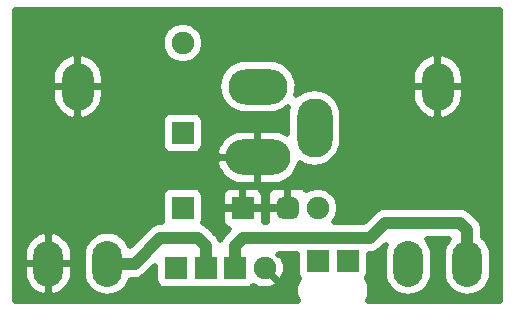
<source format=gbr>
G04 #@! TF.GenerationSoftware,KiCad,Pcbnew,5.1.6-c6e7f7d~87~ubuntu19.10.1*
G04 #@! TF.CreationDate,2022-07-30T15:18:02+06:00*
G04 #@! TF.ProjectId,1590N1_connector_board_r1b,31353930-4e31-45f6-936f-6e6e6563746f,1B*
G04 #@! TF.SameCoordinates,Original*
G04 #@! TF.FileFunction,Copper,L2,Bot*
G04 #@! TF.FilePolarity,Positive*
%FSLAX46Y46*%
G04 Gerber Fmt 4.6, Leading zero omitted, Abs format (unit mm)*
G04 Created by KiCad (PCBNEW 5.1.6-c6e7f7d~87~ubuntu19.10.1) date 2022-07-30 15:18:02*
%MOMM*%
%LPD*%
G01*
G04 APERTURE LIST*
G04 #@! TA.AperFunction,ComponentPad*
%ADD10R,1.900000X1.900000*%
G04 #@! TD*
G04 #@! TA.AperFunction,ComponentPad*
%ADD11C,1.900000*%
G04 #@! TD*
G04 #@! TA.AperFunction,ComponentPad*
%ADD12O,5.000000X3.000000*%
G04 #@! TD*
G04 #@! TA.AperFunction,ComponentPad*
%ADD13O,3.000000X5.000000*%
G04 #@! TD*
G04 #@! TA.AperFunction,ComponentPad*
%ADD14O,5.500000X3.000000*%
G04 #@! TD*
G04 #@! TA.AperFunction,ComponentPad*
%ADD15O,2.700000X4.000000*%
G04 #@! TD*
G04 #@! TA.AperFunction,ComponentPad*
%ADD16O,2.500000X3.900000*%
G04 #@! TD*
G04 #@! TA.AperFunction,Conductor*
%ADD17C,1.000000*%
G04 #@! TD*
G04 #@! TA.AperFunction,Conductor*
%ADD18C,0.500000*%
G04 #@! TD*
G04 APERTURE END LIST*
D10*
X113030000Y-157480000D03*
G04 #@! TA.AperFunction,ComponentPad*
G36*
G01*
X108900000Y-152655000D02*
X108900000Y-153415000D01*
G75*
G02*
X108330000Y-153985000I-570000J0D01*
G01*
X107570000Y-153985000D01*
G75*
G02*
X107000000Y-153415000I0J570000D01*
G01*
X107000000Y-152655000D01*
G75*
G02*
X107570000Y-152085000I570000J0D01*
G01*
X108330000Y-152085000D01*
G75*
G02*
X108900000Y-152655000I0J-570000D01*
G01*
G37*
G04 #@! TD.AperFunction*
D11*
X110490000Y-153035000D03*
D10*
X110490000Y-157480000D03*
X99060000Y-153035000D03*
X104140000Y-153035000D03*
D11*
X105985000Y-158115000D03*
D10*
X103485000Y-158115000D03*
X100985000Y-158115000D03*
X98485000Y-158115000D03*
X99060000Y-146685000D03*
D11*
X99060000Y-139065000D03*
D12*
X105410000Y-142755000D03*
D13*
X110210000Y-146255000D03*
D14*
X105410000Y-148755000D03*
D15*
X90170000Y-142755000D03*
D16*
X92670000Y-157755000D03*
X87670000Y-157755000D03*
X118150000Y-157755000D03*
X123150000Y-157755000D03*
D15*
X120650000Y-142755000D03*
D17*
X122555000Y-154305000D02*
X123150000Y-154900000D01*
X123150000Y-154900000D02*
X123150000Y-157755000D01*
X116205000Y-154305000D02*
X122555000Y-154305000D01*
X114935000Y-155575000D02*
X116205000Y-154305000D01*
X103485000Y-156230000D02*
X104140000Y-155575000D01*
X104140000Y-155575000D02*
X114935000Y-155575000D01*
X103485000Y-158115000D02*
X103485000Y-156230000D01*
X100330000Y-155575000D02*
X100985000Y-156230000D01*
X97155000Y-155575000D02*
X100330000Y-155575000D01*
X100985000Y-156230000D02*
X100985000Y-158115000D01*
X94975000Y-157755000D02*
X97155000Y-155575000D01*
X92670000Y-157755000D02*
X94975000Y-157755000D01*
D18*
G36*
X125950001Y-160875000D02*
G01*
X114744034Y-160875000D01*
X114867325Y-160577347D01*
X114940755Y-160208193D01*
X114940755Y-159831807D01*
X114867325Y-159462653D01*
X114723289Y-159114918D01*
X114630933Y-158976697D01*
X114690168Y-158904519D01*
X114769097Y-158756855D01*
X114817700Y-158596629D01*
X114834112Y-158430000D01*
X114834112Y-156925000D01*
X114868681Y-156925000D01*
X114935000Y-156931532D01*
X115001319Y-156925000D01*
X115001321Y-156925000D01*
X115199646Y-156905467D01*
X115454122Y-156828272D01*
X115688649Y-156702915D01*
X115894213Y-156534213D01*
X115936491Y-156482697D01*
X116233482Y-156185706D01*
X116200465Y-156247477D01*
X116080385Y-156643329D01*
X116050000Y-156951834D01*
X116050000Y-158558167D01*
X116080385Y-158866672D01*
X116200466Y-159262524D01*
X116395466Y-159627343D01*
X116657892Y-159947109D01*
X116977658Y-160209535D01*
X117342477Y-160404535D01*
X117738329Y-160524615D01*
X118150000Y-160565161D01*
X118561672Y-160524615D01*
X118957524Y-160404535D01*
X119322343Y-160209535D01*
X119642109Y-159947109D01*
X119904535Y-159627343D01*
X120099535Y-159262524D01*
X120219615Y-158866671D01*
X120250000Y-158558166D01*
X120250000Y-156951833D01*
X120219615Y-156643328D01*
X120099535Y-156247476D01*
X119904535Y-155882657D01*
X119717701Y-155655000D01*
X121582299Y-155655000D01*
X121395465Y-155882657D01*
X121200465Y-156247477D01*
X121080385Y-156643329D01*
X121050000Y-156951834D01*
X121050000Y-158558167D01*
X121080385Y-158866672D01*
X121200466Y-159262524D01*
X121395466Y-159627343D01*
X121657892Y-159947109D01*
X121977658Y-160209535D01*
X122342477Y-160404535D01*
X122738329Y-160524615D01*
X123150000Y-160565161D01*
X123561672Y-160524615D01*
X123957524Y-160404535D01*
X124322343Y-160209535D01*
X124642109Y-159947109D01*
X124904535Y-159627343D01*
X125099535Y-159262524D01*
X125219615Y-158866671D01*
X125250000Y-158558166D01*
X125250000Y-156951833D01*
X125219615Y-156643328D01*
X125099535Y-156247476D01*
X124904535Y-155882657D01*
X124642109Y-155562891D01*
X124500000Y-155446265D01*
X124500000Y-154966310D01*
X124506531Y-154899999D01*
X124500000Y-154833688D01*
X124500000Y-154833679D01*
X124480467Y-154635354D01*
X124403272Y-154380878D01*
X124277915Y-154146351D01*
X124109212Y-153940787D01*
X124057701Y-153898513D01*
X123556491Y-153397303D01*
X123514213Y-153345787D01*
X123308649Y-153177085D01*
X123074122Y-153051728D01*
X122819646Y-152974533D01*
X122621321Y-152955000D01*
X122621319Y-152955000D01*
X122555000Y-152948468D01*
X122488681Y-152955000D01*
X116271310Y-152955000D01*
X116204999Y-152948469D01*
X116138688Y-152955000D01*
X116138679Y-152955000D01*
X115940354Y-152974533D01*
X115685878Y-153051728D01*
X115576707Y-153110081D01*
X115451350Y-153177085D01*
X115297301Y-153303510D01*
X115297298Y-153303513D01*
X115245787Y-153345787D01*
X115203513Y-153397298D01*
X114375812Y-154225000D01*
X111845584Y-154225000D01*
X111888151Y-154182433D01*
X112085139Y-153887620D01*
X112220827Y-153560041D01*
X112290000Y-153212284D01*
X112290000Y-152857716D01*
X112220827Y-152509959D01*
X112085139Y-152182380D01*
X111888151Y-151887567D01*
X111637433Y-151636849D01*
X111342620Y-151439861D01*
X111015041Y-151304173D01*
X110667284Y-151235000D01*
X110312716Y-151235000D01*
X109964959Y-151304173D01*
X109637380Y-151439861D01*
X109529372Y-151512029D01*
X109503949Y-151481051D01*
X109374520Y-151374831D01*
X109226855Y-151295902D01*
X109066629Y-151247299D01*
X108900000Y-151230887D01*
X108212500Y-151235000D01*
X108000000Y-151447500D01*
X108000000Y-152985000D01*
X108020000Y-152985000D01*
X108020000Y-153085000D01*
X108000000Y-153085000D01*
X108000000Y-153105000D01*
X107900000Y-153105000D01*
X107900000Y-153085000D01*
X106362500Y-153085000D01*
X106150000Y-153297500D01*
X106145887Y-153985000D01*
X106162299Y-154151629D01*
X106184555Y-154225000D01*
X105905445Y-154225000D01*
X105927701Y-154151629D01*
X105944113Y-153985000D01*
X105940000Y-153297500D01*
X105727500Y-153085000D01*
X104190000Y-153085000D01*
X104190000Y-153105000D01*
X104090000Y-153105000D01*
X104090000Y-153085000D01*
X102552500Y-153085000D01*
X102340000Y-153297500D01*
X102335887Y-153985000D01*
X102352299Y-154151629D01*
X102400902Y-154311855D01*
X102479831Y-154459520D01*
X102586051Y-154588949D01*
X102715480Y-154695169D01*
X102863145Y-154774098D01*
X102992481Y-154813331D01*
X102577299Y-155228513D01*
X102525788Y-155270787D01*
X102483514Y-155322298D01*
X102483510Y-155322302D01*
X102357085Y-155476351D01*
X102235000Y-155704757D01*
X102112915Y-155476351D01*
X101944212Y-155270787D01*
X101892701Y-155228513D01*
X101331490Y-154667302D01*
X101289213Y-154615787D01*
X101083649Y-154447085D01*
X100849122Y-154321728D01*
X100800570Y-154307000D01*
X100847700Y-154151629D01*
X100864112Y-153985000D01*
X100864112Y-152085000D01*
X102335887Y-152085000D01*
X102340000Y-152772500D01*
X102552500Y-152985000D01*
X104090000Y-152985000D01*
X104090000Y-151447500D01*
X104190000Y-151447500D01*
X104190000Y-152985000D01*
X105727500Y-152985000D01*
X105940000Y-152772500D01*
X105944113Y-152085000D01*
X106145887Y-152085000D01*
X106150000Y-152772500D01*
X106362500Y-152985000D01*
X107900000Y-152985000D01*
X107900000Y-151447500D01*
X107687500Y-151235000D01*
X107000000Y-151230887D01*
X106833371Y-151247299D01*
X106673145Y-151295902D01*
X106525480Y-151374831D01*
X106396051Y-151481051D01*
X106289831Y-151610480D01*
X106210902Y-151758145D01*
X106162299Y-151918371D01*
X106145887Y-152085000D01*
X105944113Y-152085000D01*
X105927701Y-151918371D01*
X105879098Y-151758145D01*
X105800169Y-151610480D01*
X105693949Y-151481051D01*
X105564520Y-151374831D01*
X105416855Y-151295902D01*
X105256629Y-151247299D01*
X105090000Y-151230887D01*
X104402500Y-151235000D01*
X104190000Y-151447500D01*
X104090000Y-151447500D01*
X103877500Y-151235000D01*
X103190000Y-151230887D01*
X103023371Y-151247299D01*
X102863145Y-151295902D01*
X102715480Y-151374831D01*
X102586051Y-151481051D01*
X102479831Y-151610480D01*
X102400902Y-151758145D01*
X102352299Y-151918371D01*
X102335887Y-152085000D01*
X100864112Y-152085000D01*
X100847700Y-151918371D01*
X100799097Y-151758145D01*
X100720168Y-151610481D01*
X100613948Y-151481052D01*
X100484519Y-151374832D01*
X100336855Y-151295903D01*
X100176629Y-151247300D01*
X100010000Y-151230888D01*
X98110000Y-151230888D01*
X97943371Y-151247300D01*
X97783145Y-151295903D01*
X97635481Y-151374832D01*
X97506052Y-151481052D01*
X97399832Y-151610481D01*
X97320903Y-151758145D01*
X97272300Y-151918371D01*
X97255888Y-152085000D01*
X97255888Y-153985000D01*
X97272300Y-154151629D01*
X97294556Y-154225000D01*
X97221319Y-154225000D01*
X97155000Y-154218468D01*
X97088681Y-154225000D01*
X97088679Y-154225000D01*
X96890354Y-154244533D01*
X96695105Y-154303761D01*
X96635877Y-154321728D01*
X96427420Y-154433151D01*
X96401351Y-154447085D01*
X96195787Y-154615787D01*
X96153510Y-154667302D01*
X94603443Y-156217369D01*
X94424535Y-155882657D01*
X94162109Y-155562891D01*
X93842343Y-155300465D01*
X93477523Y-155105465D01*
X93081671Y-154985385D01*
X92670000Y-154944839D01*
X92258328Y-154985385D01*
X91862476Y-155105465D01*
X91497657Y-155300465D01*
X91177891Y-155562891D01*
X90915465Y-155882657D01*
X90720465Y-156247477D01*
X90600385Y-156643329D01*
X90570000Y-156951834D01*
X90570000Y-158558167D01*
X90600385Y-158866672D01*
X90720466Y-159262524D01*
X90915466Y-159627343D01*
X91177892Y-159947109D01*
X91497658Y-160209535D01*
X91862477Y-160404535D01*
X92258329Y-160524615D01*
X92670000Y-160565161D01*
X93081672Y-160524615D01*
X93477524Y-160404535D01*
X93842343Y-160209535D01*
X94162109Y-159947109D01*
X94424535Y-159627343D01*
X94619535Y-159262524D01*
X94667319Y-159105000D01*
X94908681Y-159105000D01*
X94975000Y-159111532D01*
X95041319Y-159105000D01*
X95041321Y-159105000D01*
X95239646Y-159085467D01*
X95494122Y-159008272D01*
X95728649Y-158882915D01*
X95934213Y-158714213D01*
X95976491Y-158662697D01*
X96680888Y-157958300D01*
X96680888Y-159065000D01*
X96697300Y-159231629D01*
X96745903Y-159391855D01*
X96824832Y-159539519D01*
X96931052Y-159668948D01*
X97060481Y-159775168D01*
X97208145Y-159854097D01*
X97368371Y-159902700D01*
X97535000Y-159919112D01*
X99435000Y-159919112D01*
X99601629Y-159902700D01*
X99735000Y-159862243D01*
X99868371Y-159902700D01*
X100035000Y-159919112D01*
X101935000Y-159919112D01*
X102101629Y-159902700D01*
X102235000Y-159862243D01*
X102368371Y-159902700D01*
X102535000Y-159919112D01*
X104435000Y-159919112D01*
X104601629Y-159902700D01*
X104761855Y-159854097D01*
X104909519Y-159775168D01*
X105038948Y-159668948D01*
X105050233Y-159655197D01*
X105273463Y-159777873D01*
X105611545Y-159884735D01*
X105963979Y-159923587D01*
X106317221Y-159892936D01*
X106657695Y-159793961D01*
X106972318Y-159630463D01*
X107007276Y-159607107D01*
X107077781Y-159278492D01*
X105985000Y-158185711D01*
X105970858Y-158199853D01*
X105900147Y-158129142D01*
X105914289Y-158115000D01*
X105900147Y-158100858D01*
X105970858Y-158030147D01*
X105985000Y-158044289D01*
X105999142Y-158030147D01*
X106069853Y-158100858D01*
X106055711Y-158115000D01*
X107148492Y-159207781D01*
X107477107Y-159137276D01*
X107647873Y-158826537D01*
X107754735Y-158488455D01*
X107793587Y-158136021D01*
X107762936Y-157782779D01*
X107663961Y-157442305D01*
X107500463Y-157127682D01*
X107477107Y-157092724D01*
X107148494Y-157022219D01*
X107245713Y-156925000D01*
X108685888Y-156925000D01*
X108685888Y-158430000D01*
X108702300Y-158596629D01*
X108750903Y-158756855D01*
X108829832Y-158904519D01*
X108889067Y-158976697D01*
X108796711Y-159114918D01*
X108652675Y-159462653D01*
X108579245Y-159831807D01*
X108579245Y-160208193D01*
X108652675Y-160577347D01*
X108775966Y-160875000D01*
X84870000Y-160875000D01*
X84870000Y-157805000D01*
X85570000Y-157805000D01*
X85570000Y-158505000D01*
X85620105Y-158913729D01*
X85748987Y-159304829D01*
X85951692Y-159663271D01*
X86220431Y-159975280D01*
X86544876Y-160228865D01*
X86912559Y-160414281D01*
X87292196Y-160520736D01*
X87620000Y-160341838D01*
X87620000Y-157805000D01*
X87720000Y-157805000D01*
X87720000Y-160341838D01*
X88047804Y-160520736D01*
X88427441Y-160414281D01*
X88795124Y-160228865D01*
X89119569Y-159975280D01*
X89388308Y-159663271D01*
X89591013Y-159304829D01*
X89719895Y-158913729D01*
X89770000Y-158505000D01*
X89770000Y-157805000D01*
X87720000Y-157805000D01*
X87620000Y-157805000D01*
X85570000Y-157805000D01*
X84870000Y-157805000D01*
X84870000Y-157005000D01*
X85570000Y-157005000D01*
X85570000Y-157705000D01*
X87620000Y-157705000D01*
X87620000Y-155168162D01*
X87720000Y-155168162D01*
X87720000Y-157705000D01*
X89770000Y-157705000D01*
X89770000Y-157005000D01*
X89719895Y-156596271D01*
X89591013Y-156205171D01*
X89388308Y-155846729D01*
X89119569Y-155534720D01*
X88795124Y-155281135D01*
X88427441Y-155095719D01*
X88047804Y-154989264D01*
X87720000Y-155168162D01*
X87620000Y-155168162D01*
X87292196Y-154989264D01*
X86912559Y-155095719D01*
X86544876Y-155281135D01*
X86220431Y-155534720D01*
X85951692Y-155846729D01*
X85748987Y-156205171D01*
X85620105Y-156596271D01*
X85570000Y-157005000D01*
X84870000Y-157005000D01*
X84870000Y-149171922D01*
X101847280Y-149171922D01*
X101969747Y-149608111D01*
X102178266Y-150019016D01*
X102462942Y-150381345D01*
X102812835Y-150681175D01*
X103214499Y-150906983D01*
X103652498Y-151050091D01*
X104110000Y-151105000D01*
X105360000Y-151105000D01*
X105360000Y-148805000D01*
X102023085Y-148805000D01*
X101847280Y-149171922D01*
X84870000Y-149171922D01*
X84870000Y-145735000D01*
X97255888Y-145735000D01*
X97255888Y-147635000D01*
X97272300Y-147801629D01*
X97320903Y-147961855D01*
X97399832Y-148109519D01*
X97506052Y-148238948D01*
X97635481Y-148345168D01*
X97783145Y-148424097D01*
X97943371Y-148472700D01*
X98110000Y-148489112D01*
X100010000Y-148489112D01*
X100176629Y-148472700D01*
X100336855Y-148424097D01*
X100484519Y-148345168D01*
X100493158Y-148338078D01*
X101847280Y-148338078D01*
X102023085Y-148705000D01*
X105360000Y-148705000D01*
X105360000Y-146405000D01*
X104110000Y-146405000D01*
X103652498Y-146459909D01*
X103214499Y-146603017D01*
X102812835Y-146828825D01*
X102462942Y-147128655D01*
X102178266Y-147490984D01*
X101969747Y-147901889D01*
X101847280Y-148338078D01*
X100493158Y-148338078D01*
X100613948Y-148238948D01*
X100720168Y-148109519D01*
X100799097Y-147961855D01*
X100847700Y-147801629D01*
X100864112Y-147635000D01*
X100864112Y-145735000D01*
X100847700Y-145568371D01*
X100799097Y-145408145D01*
X100720168Y-145260481D01*
X100613948Y-145131052D01*
X100484519Y-145024832D01*
X100336855Y-144945903D01*
X100176629Y-144897300D01*
X100010000Y-144880888D01*
X98110000Y-144880888D01*
X97943371Y-144897300D01*
X97783145Y-144945903D01*
X97635481Y-145024832D01*
X97506052Y-145131052D01*
X97399832Y-145260481D01*
X97320903Y-145408145D01*
X97272300Y-145568371D01*
X97255888Y-145735000D01*
X84870000Y-145735000D01*
X84870000Y-142805000D01*
X87970000Y-142805000D01*
X87970000Y-143455000D01*
X88022027Y-143883238D01*
X88156599Y-144293098D01*
X88368545Y-144668828D01*
X88649720Y-144995990D01*
X88989319Y-145262011D01*
X89374290Y-145456668D01*
X89776549Y-145569532D01*
X90120000Y-145391871D01*
X90120000Y-142805000D01*
X90220000Y-142805000D01*
X90220000Y-145391871D01*
X90563451Y-145569532D01*
X90965710Y-145456668D01*
X91350681Y-145262011D01*
X91690280Y-144995990D01*
X91971455Y-144668828D01*
X92183401Y-144293098D01*
X92317973Y-143883238D01*
X92370000Y-143455000D01*
X92370000Y-142805000D01*
X90220000Y-142805000D01*
X90120000Y-142805000D01*
X87970000Y-142805000D01*
X84870000Y-142805000D01*
X84870000Y-142755000D01*
X102048630Y-142755000D01*
X102094003Y-143215680D01*
X102228379Y-143658657D01*
X102446593Y-144066907D01*
X102740259Y-144424741D01*
X103098093Y-144718407D01*
X103506343Y-144936621D01*
X103949320Y-145070997D01*
X104294558Y-145105000D01*
X106525442Y-145105000D01*
X106870680Y-145070997D01*
X107313657Y-144936621D01*
X107721907Y-144718407D01*
X107981709Y-144505193D01*
X107894003Y-144794321D01*
X107860000Y-145139559D01*
X107860000Y-146746092D01*
X107605501Y-146603017D01*
X107167502Y-146459909D01*
X106710000Y-146405000D01*
X105460000Y-146405000D01*
X105460000Y-148705000D01*
X105480000Y-148705000D01*
X105480000Y-148805000D01*
X105460000Y-148805000D01*
X105460000Y-151105000D01*
X106710000Y-151105000D01*
X107167502Y-151050091D01*
X107605501Y-150906983D01*
X108007165Y-150681175D01*
X108357058Y-150381345D01*
X108641734Y-150019016D01*
X108850253Y-149608111D01*
X108951634Y-149247025D01*
X109306344Y-149436621D01*
X109749321Y-149570997D01*
X110210000Y-149616370D01*
X110670680Y-149570997D01*
X111113657Y-149436621D01*
X111521907Y-149218407D01*
X111879741Y-148924741D01*
X112173407Y-148566907D01*
X112391621Y-148158657D01*
X112525997Y-147715680D01*
X112560000Y-147370442D01*
X112560000Y-145139558D01*
X112525997Y-144794320D01*
X112391621Y-144351343D01*
X112173407Y-143943093D01*
X111879741Y-143585259D01*
X111521906Y-143291593D01*
X111113656Y-143073379D01*
X110670679Y-142939003D01*
X110210000Y-142893630D01*
X109749320Y-142939003D01*
X109306343Y-143073379D01*
X108898093Y-143291593D01*
X108638291Y-143504806D01*
X108725997Y-143215680D01*
X108766445Y-142805000D01*
X118450000Y-142805000D01*
X118450000Y-143455000D01*
X118502027Y-143883238D01*
X118636599Y-144293098D01*
X118848545Y-144668828D01*
X119129720Y-144995990D01*
X119469319Y-145262011D01*
X119854290Y-145456668D01*
X120256549Y-145569532D01*
X120600000Y-145391871D01*
X120600000Y-142805000D01*
X120700000Y-142805000D01*
X120700000Y-145391871D01*
X121043451Y-145569532D01*
X121445710Y-145456668D01*
X121830681Y-145262011D01*
X122170280Y-144995990D01*
X122451455Y-144668828D01*
X122663401Y-144293098D01*
X122797973Y-143883238D01*
X122850000Y-143455000D01*
X122850000Y-142805000D01*
X120700000Y-142805000D01*
X120600000Y-142805000D01*
X118450000Y-142805000D01*
X108766445Y-142805000D01*
X108771370Y-142755000D01*
X108725997Y-142294320D01*
X108653400Y-142055000D01*
X118450000Y-142055000D01*
X118450000Y-142705000D01*
X120600000Y-142705000D01*
X120600000Y-140118129D01*
X120700000Y-140118129D01*
X120700000Y-142705000D01*
X122850000Y-142705000D01*
X122850000Y-142055000D01*
X122797973Y-141626762D01*
X122663401Y-141216902D01*
X122451455Y-140841172D01*
X122170280Y-140514010D01*
X121830681Y-140247989D01*
X121445710Y-140053332D01*
X121043451Y-139940468D01*
X120700000Y-140118129D01*
X120600000Y-140118129D01*
X120256549Y-139940468D01*
X119854290Y-140053332D01*
X119469319Y-140247989D01*
X119129720Y-140514010D01*
X118848545Y-140841172D01*
X118636599Y-141216902D01*
X118502027Y-141626762D01*
X118450000Y-142055000D01*
X108653400Y-142055000D01*
X108591621Y-141851343D01*
X108373407Y-141443093D01*
X108079741Y-141085259D01*
X107721907Y-140791593D01*
X107313657Y-140573379D01*
X106870680Y-140439003D01*
X106525442Y-140405000D01*
X104294558Y-140405000D01*
X103949320Y-140439003D01*
X103506343Y-140573379D01*
X103098093Y-140791593D01*
X102740259Y-141085259D01*
X102446593Y-141443093D01*
X102228379Y-141851343D01*
X102094003Y-142294320D01*
X102048630Y-142755000D01*
X84870000Y-142755000D01*
X84870000Y-142055000D01*
X87970000Y-142055000D01*
X87970000Y-142705000D01*
X90120000Y-142705000D01*
X90120000Y-140118129D01*
X90220000Y-140118129D01*
X90220000Y-142705000D01*
X92370000Y-142705000D01*
X92370000Y-142055000D01*
X92317973Y-141626762D01*
X92183401Y-141216902D01*
X91971455Y-140841172D01*
X91690280Y-140514010D01*
X91350681Y-140247989D01*
X90965710Y-140053332D01*
X90563451Y-139940468D01*
X90220000Y-140118129D01*
X90120000Y-140118129D01*
X89776549Y-139940468D01*
X89374290Y-140053332D01*
X88989319Y-140247989D01*
X88649720Y-140514010D01*
X88368545Y-140841172D01*
X88156599Y-141216902D01*
X88022027Y-141626762D01*
X87970000Y-142055000D01*
X84870000Y-142055000D01*
X84870000Y-138887716D01*
X97260000Y-138887716D01*
X97260000Y-139242284D01*
X97329173Y-139590041D01*
X97464861Y-139917620D01*
X97661849Y-140212433D01*
X97912567Y-140463151D01*
X98207380Y-140660139D01*
X98534959Y-140795827D01*
X98882716Y-140865000D01*
X99237284Y-140865000D01*
X99585041Y-140795827D01*
X99912620Y-140660139D01*
X100207433Y-140463151D01*
X100458151Y-140212433D01*
X100655139Y-139917620D01*
X100790827Y-139590041D01*
X100860000Y-139242284D01*
X100860000Y-138887716D01*
X100790827Y-138539959D01*
X100655139Y-138212380D01*
X100458151Y-137917567D01*
X100207433Y-137666849D01*
X99912620Y-137469861D01*
X99585041Y-137334173D01*
X99237284Y-137265000D01*
X98882716Y-137265000D01*
X98534959Y-137334173D01*
X98207380Y-137469861D01*
X97912567Y-137666849D01*
X97661849Y-137917567D01*
X97464861Y-138212380D01*
X97329173Y-138539959D01*
X97260000Y-138887716D01*
X84870000Y-138887716D01*
X84870000Y-136305000D01*
X125950000Y-136305000D01*
X125950001Y-160875000D01*
G37*
X125950001Y-160875000D02*
X114744034Y-160875000D01*
X114867325Y-160577347D01*
X114940755Y-160208193D01*
X114940755Y-159831807D01*
X114867325Y-159462653D01*
X114723289Y-159114918D01*
X114630933Y-158976697D01*
X114690168Y-158904519D01*
X114769097Y-158756855D01*
X114817700Y-158596629D01*
X114834112Y-158430000D01*
X114834112Y-156925000D01*
X114868681Y-156925000D01*
X114935000Y-156931532D01*
X115001319Y-156925000D01*
X115001321Y-156925000D01*
X115199646Y-156905467D01*
X115454122Y-156828272D01*
X115688649Y-156702915D01*
X115894213Y-156534213D01*
X115936491Y-156482697D01*
X116233482Y-156185706D01*
X116200465Y-156247477D01*
X116080385Y-156643329D01*
X116050000Y-156951834D01*
X116050000Y-158558167D01*
X116080385Y-158866672D01*
X116200466Y-159262524D01*
X116395466Y-159627343D01*
X116657892Y-159947109D01*
X116977658Y-160209535D01*
X117342477Y-160404535D01*
X117738329Y-160524615D01*
X118150000Y-160565161D01*
X118561672Y-160524615D01*
X118957524Y-160404535D01*
X119322343Y-160209535D01*
X119642109Y-159947109D01*
X119904535Y-159627343D01*
X120099535Y-159262524D01*
X120219615Y-158866671D01*
X120250000Y-158558166D01*
X120250000Y-156951833D01*
X120219615Y-156643328D01*
X120099535Y-156247476D01*
X119904535Y-155882657D01*
X119717701Y-155655000D01*
X121582299Y-155655000D01*
X121395465Y-155882657D01*
X121200465Y-156247477D01*
X121080385Y-156643329D01*
X121050000Y-156951834D01*
X121050000Y-158558167D01*
X121080385Y-158866672D01*
X121200466Y-159262524D01*
X121395466Y-159627343D01*
X121657892Y-159947109D01*
X121977658Y-160209535D01*
X122342477Y-160404535D01*
X122738329Y-160524615D01*
X123150000Y-160565161D01*
X123561672Y-160524615D01*
X123957524Y-160404535D01*
X124322343Y-160209535D01*
X124642109Y-159947109D01*
X124904535Y-159627343D01*
X125099535Y-159262524D01*
X125219615Y-158866671D01*
X125250000Y-158558166D01*
X125250000Y-156951833D01*
X125219615Y-156643328D01*
X125099535Y-156247476D01*
X124904535Y-155882657D01*
X124642109Y-155562891D01*
X124500000Y-155446265D01*
X124500000Y-154966310D01*
X124506531Y-154899999D01*
X124500000Y-154833688D01*
X124500000Y-154833679D01*
X124480467Y-154635354D01*
X124403272Y-154380878D01*
X124277915Y-154146351D01*
X124109212Y-153940787D01*
X124057701Y-153898513D01*
X123556491Y-153397303D01*
X123514213Y-153345787D01*
X123308649Y-153177085D01*
X123074122Y-153051728D01*
X122819646Y-152974533D01*
X122621321Y-152955000D01*
X122621319Y-152955000D01*
X122555000Y-152948468D01*
X122488681Y-152955000D01*
X116271310Y-152955000D01*
X116204999Y-152948469D01*
X116138688Y-152955000D01*
X116138679Y-152955000D01*
X115940354Y-152974533D01*
X115685878Y-153051728D01*
X115576707Y-153110081D01*
X115451350Y-153177085D01*
X115297301Y-153303510D01*
X115297298Y-153303513D01*
X115245787Y-153345787D01*
X115203513Y-153397298D01*
X114375812Y-154225000D01*
X111845584Y-154225000D01*
X111888151Y-154182433D01*
X112085139Y-153887620D01*
X112220827Y-153560041D01*
X112290000Y-153212284D01*
X112290000Y-152857716D01*
X112220827Y-152509959D01*
X112085139Y-152182380D01*
X111888151Y-151887567D01*
X111637433Y-151636849D01*
X111342620Y-151439861D01*
X111015041Y-151304173D01*
X110667284Y-151235000D01*
X110312716Y-151235000D01*
X109964959Y-151304173D01*
X109637380Y-151439861D01*
X109529372Y-151512029D01*
X109503949Y-151481051D01*
X109374520Y-151374831D01*
X109226855Y-151295902D01*
X109066629Y-151247299D01*
X108900000Y-151230887D01*
X108212500Y-151235000D01*
X108000000Y-151447500D01*
X108000000Y-152985000D01*
X108020000Y-152985000D01*
X108020000Y-153085000D01*
X108000000Y-153085000D01*
X108000000Y-153105000D01*
X107900000Y-153105000D01*
X107900000Y-153085000D01*
X106362500Y-153085000D01*
X106150000Y-153297500D01*
X106145887Y-153985000D01*
X106162299Y-154151629D01*
X106184555Y-154225000D01*
X105905445Y-154225000D01*
X105927701Y-154151629D01*
X105944113Y-153985000D01*
X105940000Y-153297500D01*
X105727500Y-153085000D01*
X104190000Y-153085000D01*
X104190000Y-153105000D01*
X104090000Y-153105000D01*
X104090000Y-153085000D01*
X102552500Y-153085000D01*
X102340000Y-153297500D01*
X102335887Y-153985000D01*
X102352299Y-154151629D01*
X102400902Y-154311855D01*
X102479831Y-154459520D01*
X102586051Y-154588949D01*
X102715480Y-154695169D01*
X102863145Y-154774098D01*
X102992481Y-154813331D01*
X102577299Y-155228513D01*
X102525788Y-155270787D01*
X102483514Y-155322298D01*
X102483510Y-155322302D01*
X102357085Y-155476351D01*
X102235000Y-155704757D01*
X102112915Y-155476351D01*
X101944212Y-155270787D01*
X101892701Y-155228513D01*
X101331490Y-154667302D01*
X101289213Y-154615787D01*
X101083649Y-154447085D01*
X100849122Y-154321728D01*
X100800570Y-154307000D01*
X100847700Y-154151629D01*
X100864112Y-153985000D01*
X100864112Y-152085000D01*
X102335887Y-152085000D01*
X102340000Y-152772500D01*
X102552500Y-152985000D01*
X104090000Y-152985000D01*
X104090000Y-151447500D01*
X104190000Y-151447500D01*
X104190000Y-152985000D01*
X105727500Y-152985000D01*
X105940000Y-152772500D01*
X105944113Y-152085000D01*
X106145887Y-152085000D01*
X106150000Y-152772500D01*
X106362500Y-152985000D01*
X107900000Y-152985000D01*
X107900000Y-151447500D01*
X107687500Y-151235000D01*
X107000000Y-151230887D01*
X106833371Y-151247299D01*
X106673145Y-151295902D01*
X106525480Y-151374831D01*
X106396051Y-151481051D01*
X106289831Y-151610480D01*
X106210902Y-151758145D01*
X106162299Y-151918371D01*
X106145887Y-152085000D01*
X105944113Y-152085000D01*
X105927701Y-151918371D01*
X105879098Y-151758145D01*
X105800169Y-151610480D01*
X105693949Y-151481051D01*
X105564520Y-151374831D01*
X105416855Y-151295902D01*
X105256629Y-151247299D01*
X105090000Y-151230887D01*
X104402500Y-151235000D01*
X104190000Y-151447500D01*
X104090000Y-151447500D01*
X103877500Y-151235000D01*
X103190000Y-151230887D01*
X103023371Y-151247299D01*
X102863145Y-151295902D01*
X102715480Y-151374831D01*
X102586051Y-151481051D01*
X102479831Y-151610480D01*
X102400902Y-151758145D01*
X102352299Y-151918371D01*
X102335887Y-152085000D01*
X100864112Y-152085000D01*
X100847700Y-151918371D01*
X100799097Y-151758145D01*
X100720168Y-151610481D01*
X100613948Y-151481052D01*
X100484519Y-151374832D01*
X100336855Y-151295903D01*
X100176629Y-151247300D01*
X100010000Y-151230888D01*
X98110000Y-151230888D01*
X97943371Y-151247300D01*
X97783145Y-151295903D01*
X97635481Y-151374832D01*
X97506052Y-151481052D01*
X97399832Y-151610481D01*
X97320903Y-151758145D01*
X97272300Y-151918371D01*
X97255888Y-152085000D01*
X97255888Y-153985000D01*
X97272300Y-154151629D01*
X97294556Y-154225000D01*
X97221319Y-154225000D01*
X97155000Y-154218468D01*
X97088681Y-154225000D01*
X97088679Y-154225000D01*
X96890354Y-154244533D01*
X96695105Y-154303761D01*
X96635877Y-154321728D01*
X96427420Y-154433151D01*
X96401351Y-154447085D01*
X96195787Y-154615787D01*
X96153510Y-154667302D01*
X94603443Y-156217369D01*
X94424535Y-155882657D01*
X94162109Y-155562891D01*
X93842343Y-155300465D01*
X93477523Y-155105465D01*
X93081671Y-154985385D01*
X92670000Y-154944839D01*
X92258328Y-154985385D01*
X91862476Y-155105465D01*
X91497657Y-155300465D01*
X91177891Y-155562891D01*
X90915465Y-155882657D01*
X90720465Y-156247477D01*
X90600385Y-156643329D01*
X90570000Y-156951834D01*
X90570000Y-158558167D01*
X90600385Y-158866672D01*
X90720466Y-159262524D01*
X90915466Y-159627343D01*
X91177892Y-159947109D01*
X91497658Y-160209535D01*
X91862477Y-160404535D01*
X92258329Y-160524615D01*
X92670000Y-160565161D01*
X93081672Y-160524615D01*
X93477524Y-160404535D01*
X93842343Y-160209535D01*
X94162109Y-159947109D01*
X94424535Y-159627343D01*
X94619535Y-159262524D01*
X94667319Y-159105000D01*
X94908681Y-159105000D01*
X94975000Y-159111532D01*
X95041319Y-159105000D01*
X95041321Y-159105000D01*
X95239646Y-159085467D01*
X95494122Y-159008272D01*
X95728649Y-158882915D01*
X95934213Y-158714213D01*
X95976491Y-158662697D01*
X96680888Y-157958300D01*
X96680888Y-159065000D01*
X96697300Y-159231629D01*
X96745903Y-159391855D01*
X96824832Y-159539519D01*
X96931052Y-159668948D01*
X97060481Y-159775168D01*
X97208145Y-159854097D01*
X97368371Y-159902700D01*
X97535000Y-159919112D01*
X99435000Y-159919112D01*
X99601629Y-159902700D01*
X99735000Y-159862243D01*
X99868371Y-159902700D01*
X100035000Y-159919112D01*
X101935000Y-159919112D01*
X102101629Y-159902700D01*
X102235000Y-159862243D01*
X102368371Y-159902700D01*
X102535000Y-159919112D01*
X104435000Y-159919112D01*
X104601629Y-159902700D01*
X104761855Y-159854097D01*
X104909519Y-159775168D01*
X105038948Y-159668948D01*
X105050233Y-159655197D01*
X105273463Y-159777873D01*
X105611545Y-159884735D01*
X105963979Y-159923587D01*
X106317221Y-159892936D01*
X106657695Y-159793961D01*
X106972318Y-159630463D01*
X107007276Y-159607107D01*
X107077781Y-159278492D01*
X105985000Y-158185711D01*
X105970858Y-158199853D01*
X105900147Y-158129142D01*
X105914289Y-158115000D01*
X105900147Y-158100858D01*
X105970858Y-158030147D01*
X105985000Y-158044289D01*
X105999142Y-158030147D01*
X106069853Y-158100858D01*
X106055711Y-158115000D01*
X107148492Y-159207781D01*
X107477107Y-159137276D01*
X107647873Y-158826537D01*
X107754735Y-158488455D01*
X107793587Y-158136021D01*
X107762936Y-157782779D01*
X107663961Y-157442305D01*
X107500463Y-157127682D01*
X107477107Y-157092724D01*
X107148494Y-157022219D01*
X107245713Y-156925000D01*
X108685888Y-156925000D01*
X108685888Y-158430000D01*
X108702300Y-158596629D01*
X108750903Y-158756855D01*
X108829832Y-158904519D01*
X108889067Y-158976697D01*
X108796711Y-159114918D01*
X108652675Y-159462653D01*
X108579245Y-159831807D01*
X108579245Y-160208193D01*
X108652675Y-160577347D01*
X108775966Y-160875000D01*
X84870000Y-160875000D01*
X84870000Y-157805000D01*
X85570000Y-157805000D01*
X85570000Y-158505000D01*
X85620105Y-158913729D01*
X85748987Y-159304829D01*
X85951692Y-159663271D01*
X86220431Y-159975280D01*
X86544876Y-160228865D01*
X86912559Y-160414281D01*
X87292196Y-160520736D01*
X87620000Y-160341838D01*
X87620000Y-157805000D01*
X87720000Y-157805000D01*
X87720000Y-160341838D01*
X88047804Y-160520736D01*
X88427441Y-160414281D01*
X88795124Y-160228865D01*
X89119569Y-159975280D01*
X89388308Y-159663271D01*
X89591013Y-159304829D01*
X89719895Y-158913729D01*
X89770000Y-158505000D01*
X89770000Y-157805000D01*
X87720000Y-157805000D01*
X87620000Y-157805000D01*
X85570000Y-157805000D01*
X84870000Y-157805000D01*
X84870000Y-157005000D01*
X85570000Y-157005000D01*
X85570000Y-157705000D01*
X87620000Y-157705000D01*
X87620000Y-155168162D01*
X87720000Y-155168162D01*
X87720000Y-157705000D01*
X89770000Y-157705000D01*
X89770000Y-157005000D01*
X89719895Y-156596271D01*
X89591013Y-156205171D01*
X89388308Y-155846729D01*
X89119569Y-155534720D01*
X88795124Y-155281135D01*
X88427441Y-155095719D01*
X88047804Y-154989264D01*
X87720000Y-155168162D01*
X87620000Y-155168162D01*
X87292196Y-154989264D01*
X86912559Y-155095719D01*
X86544876Y-155281135D01*
X86220431Y-155534720D01*
X85951692Y-155846729D01*
X85748987Y-156205171D01*
X85620105Y-156596271D01*
X85570000Y-157005000D01*
X84870000Y-157005000D01*
X84870000Y-149171922D01*
X101847280Y-149171922D01*
X101969747Y-149608111D01*
X102178266Y-150019016D01*
X102462942Y-150381345D01*
X102812835Y-150681175D01*
X103214499Y-150906983D01*
X103652498Y-151050091D01*
X104110000Y-151105000D01*
X105360000Y-151105000D01*
X105360000Y-148805000D01*
X102023085Y-148805000D01*
X101847280Y-149171922D01*
X84870000Y-149171922D01*
X84870000Y-145735000D01*
X97255888Y-145735000D01*
X97255888Y-147635000D01*
X97272300Y-147801629D01*
X97320903Y-147961855D01*
X97399832Y-148109519D01*
X97506052Y-148238948D01*
X97635481Y-148345168D01*
X97783145Y-148424097D01*
X97943371Y-148472700D01*
X98110000Y-148489112D01*
X100010000Y-148489112D01*
X100176629Y-148472700D01*
X100336855Y-148424097D01*
X100484519Y-148345168D01*
X100493158Y-148338078D01*
X101847280Y-148338078D01*
X102023085Y-148705000D01*
X105360000Y-148705000D01*
X105360000Y-146405000D01*
X104110000Y-146405000D01*
X103652498Y-146459909D01*
X103214499Y-146603017D01*
X102812835Y-146828825D01*
X102462942Y-147128655D01*
X102178266Y-147490984D01*
X101969747Y-147901889D01*
X101847280Y-148338078D01*
X100493158Y-148338078D01*
X100613948Y-148238948D01*
X100720168Y-148109519D01*
X100799097Y-147961855D01*
X100847700Y-147801629D01*
X100864112Y-147635000D01*
X100864112Y-145735000D01*
X100847700Y-145568371D01*
X100799097Y-145408145D01*
X100720168Y-145260481D01*
X100613948Y-145131052D01*
X100484519Y-145024832D01*
X100336855Y-144945903D01*
X100176629Y-144897300D01*
X100010000Y-144880888D01*
X98110000Y-144880888D01*
X97943371Y-144897300D01*
X97783145Y-144945903D01*
X97635481Y-145024832D01*
X97506052Y-145131052D01*
X97399832Y-145260481D01*
X97320903Y-145408145D01*
X97272300Y-145568371D01*
X97255888Y-145735000D01*
X84870000Y-145735000D01*
X84870000Y-142805000D01*
X87970000Y-142805000D01*
X87970000Y-143455000D01*
X88022027Y-143883238D01*
X88156599Y-144293098D01*
X88368545Y-144668828D01*
X88649720Y-144995990D01*
X88989319Y-145262011D01*
X89374290Y-145456668D01*
X89776549Y-145569532D01*
X90120000Y-145391871D01*
X90120000Y-142805000D01*
X90220000Y-142805000D01*
X90220000Y-145391871D01*
X90563451Y-145569532D01*
X90965710Y-145456668D01*
X91350681Y-145262011D01*
X91690280Y-144995990D01*
X91971455Y-144668828D01*
X92183401Y-144293098D01*
X92317973Y-143883238D01*
X92370000Y-143455000D01*
X92370000Y-142805000D01*
X90220000Y-142805000D01*
X90120000Y-142805000D01*
X87970000Y-142805000D01*
X84870000Y-142805000D01*
X84870000Y-142755000D01*
X102048630Y-142755000D01*
X102094003Y-143215680D01*
X102228379Y-143658657D01*
X102446593Y-144066907D01*
X102740259Y-144424741D01*
X103098093Y-144718407D01*
X103506343Y-144936621D01*
X103949320Y-145070997D01*
X104294558Y-145105000D01*
X106525442Y-145105000D01*
X106870680Y-145070997D01*
X107313657Y-144936621D01*
X107721907Y-144718407D01*
X107981709Y-144505193D01*
X107894003Y-144794321D01*
X107860000Y-145139559D01*
X107860000Y-146746092D01*
X107605501Y-146603017D01*
X107167502Y-146459909D01*
X106710000Y-146405000D01*
X105460000Y-146405000D01*
X105460000Y-148705000D01*
X105480000Y-148705000D01*
X105480000Y-148805000D01*
X105460000Y-148805000D01*
X105460000Y-151105000D01*
X106710000Y-151105000D01*
X107167502Y-151050091D01*
X107605501Y-150906983D01*
X108007165Y-150681175D01*
X108357058Y-150381345D01*
X108641734Y-150019016D01*
X108850253Y-149608111D01*
X108951634Y-149247025D01*
X109306344Y-149436621D01*
X109749321Y-149570997D01*
X110210000Y-149616370D01*
X110670680Y-149570997D01*
X111113657Y-149436621D01*
X111521907Y-149218407D01*
X111879741Y-148924741D01*
X112173407Y-148566907D01*
X112391621Y-148158657D01*
X112525997Y-147715680D01*
X112560000Y-147370442D01*
X112560000Y-145139558D01*
X112525997Y-144794320D01*
X112391621Y-144351343D01*
X112173407Y-143943093D01*
X111879741Y-143585259D01*
X111521906Y-143291593D01*
X111113656Y-143073379D01*
X110670679Y-142939003D01*
X110210000Y-142893630D01*
X109749320Y-142939003D01*
X109306343Y-143073379D01*
X108898093Y-143291593D01*
X108638291Y-143504806D01*
X108725997Y-143215680D01*
X108766445Y-142805000D01*
X118450000Y-142805000D01*
X118450000Y-143455000D01*
X118502027Y-143883238D01*
X118636599Y-144293098D01*
X118848545Y-144668828D01*
X119129720Y-144995990D01*
X119469319Y-145262011D01*
X119854290Y-145456668D01*
X120256549Y-145569532D01*
X120600000Y-145391871D01*
X120600000Y-142805000D01*
X120700000Y-142805000D01*
X120700000Y-145391871D01*
X121043451Y-145569532D01*
X121445710Y-145456668D01*
X121830681Y-145262011D01*
X122170280Y-144995990D01*
X122451455Y-144668828D01*
X122663401Y-144293098D01*
X122797973Y-143883238D01*
X122850000Y-143455000D01*
X122850000Y-142805000D01*
X120700000Y-142805000D01*
X120600000Y-142805000D01*
X118450000Y-142805000D01*
X108766445Y-142805000D01*
X108771370Y-142755000D01*
X108725997Y-142294320D01*
X108653400Y-142055000D01*
X118450000Y-142055000D01*
X118450000Y-142705000D01*
X120600000Y-142705000D01*
X120600000Y-140118129D01*
X120700000Y-140118129D01*
X120700000Y-142705000D01*
X122850000Y-142705000D01*
X122850000Y-142055000D01*
X122797973Y-141626762D01*
X122663401Y-141216902D01*
X122451455Y-140841172D01*
X122170280Y-140514010D01*
X121830681Y-140247989D01*
X121445710Y-140053332D01*
X121043451Y-139940468D01*
X120700000Y-140118129D01*
X120600000Y-140118129D01*
X120256549Y-139940468D01*
X119854290Y-140053332D01*
X119469319Y-140247989D01*
X119129720Y-140514010D01*
X118848545Y-140841172D01*
X118636599Y-141216902D01*
X118502027Y-141626762D01*
X118450000Y-142055000D01*
X108653400Y-142055000D01*
X108591621Y-141851343D01*
X108373407Y-141443093D01*
X108079741Y-141085259D01*
X107721907Y-140791593D01*
X107313657Y-140573379D01*
X106870680Y-140439003D01*
X106525442Y-140405000D01*
X104294558Y-140405000D01*
X103949320Y-140439003D01*
X103506343Y-140573379D01*
X103098093Y-140791593D01*
X102740259Y-141085259D01*
X102446593Y-141443093D01*
X102228379Y-141851343D01*
X102094003Y-142294320D01*
X102048630Y-142755000D01*
X84870000Y-142755000D01*
X84870000Y-142055000D01*
X87970000Y-142055000D01*
X87970000Y-142705000D01*
X90120000Y-142705000D01*
X90120000Y-140118129D01*
X90220000Y-140118129D01*
X90220000Y-142705000D01*
X92370000Y-142705000D01*
X92370000Y-142055000D01*
X92317973Y-141626762D01*
X92183401Y-141216902D01*
X91971455Y-140841172D01*
X91690280Y-140514010D01*
X91350681Y-140247989D01*
X90965710Y-140053332D01*
X90563451Y-139940468D01*
X90220000Y-140118129D01*
X90120000Y-140118129D01*
X89776549Y-139940468D01*
X89374290Y-140053332D01*
X88989319Y-140247989D01*
X88649720Y-140514010D01*
X88368545Y-140841172D01*
X88156599Y-141216902D01*
X88022027Y-141626762D01*
X87970000Y-142055000D01*
X84870000Y-142055000D01*
X84870000Y-138887716D01*
X97260000Y-138887716D01*
X97260000Y-139242284D01*
X97329173Y-139590041D01*
X97464861Y-139917620D01*
X97661849Y-140212433D01*
X97912567Y-140463151D01*
X98207380Y-140660139D01*
X98534959Y-140795827D01*
X98882716Y-140865000D01*
X99237284Y-140865000D01*
X99585041Y-140795827D01*
X99912620Y-140660139D01*
X100207433Y-140463151D01*
X100458151Y-140212433D01*
X100655139Y-139917620D01*
X100790827Y-139590041D01*
X100860000Y-139242284D01*
X100860000Y-138887716D01*
X100790827Y-138539959D01*
X100655139Y-138212380D01*
X100458151Y-137917567D01*
X100207433Y-137666849D01*
X99912620Y-137469861D01*
X99585041Y-137334173D01*
X99237284Y-137265000D01*
X98882716Y-137265000D01*
X98534959Y-137334173D01*
X98207380Y-137469861D01*
X97912567Y-137666849D01*
X97661849Y-137917567D01*
X97464861Y-138212380D01*
X97329173Y-138539959D01*
X97260000Y-138887716D01*
X84870000Y-138887716D01*
X84870000Y-136305000D01*
X125950000Y-136305000D01*
X125950001Y-160875000D01*
M02*

</source>
